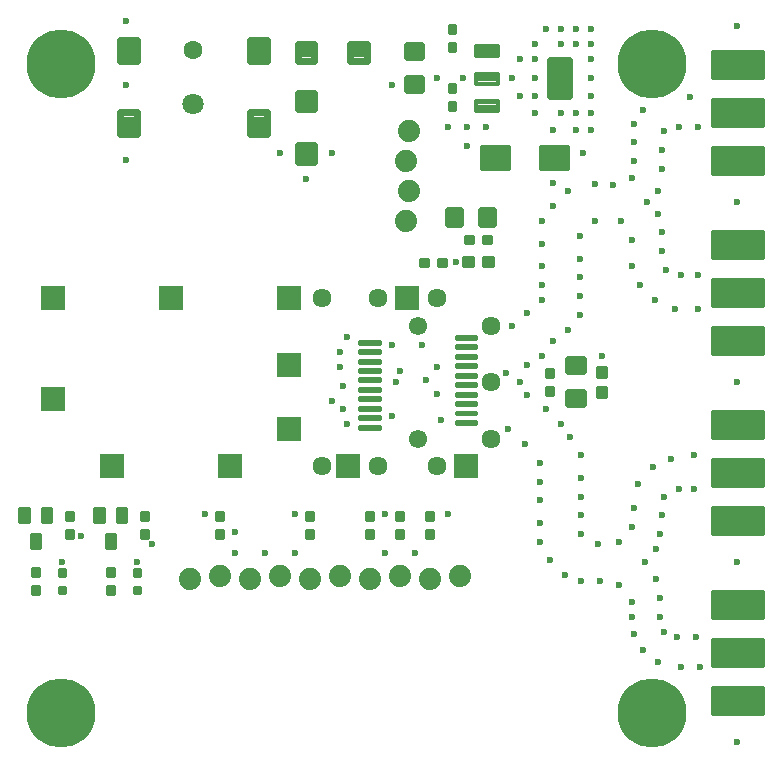
<source format=gbr>
G75*
%MOIN*%
%OFA0B0*%
%FSLAX25Y25*%
%IPPOS*%
%LPD*%
%AMOC8*
5,1,8,0,0,1.08239X$1,22.5*
%
%ADD10C,0.00984*%
%ADD11R,0.07874X0.07874*%
%ADD12C,0.06358*%
%ADD13C,0.06102*%
%ADD14C,0.23000*%
%ADD15C,0.01600*%
%ADD16C,0.01890*%
%ADD17C,0.00945*%
%ADD18C,0.01181*%
%ADD19C,0.01559*%
%ADD20C,0.02362*%
%ADD21C,0.06299*%
%ADD22C,0.07087*%
%ADD23C,0.01440*%
%ADD24C,0.02598*%
%ADD25C,0.07400*%
%ADD26C,0.02362*%
D10*
X0146624Y0116197D02*
X0153514Y0116197D01*
X0146624Y0116197D02*
X0146624Y0117181D01*
X0153514Y0117181D01*
X0153514Y0116197D01*
X0153514Y0117180D02*
X0146624Y0117180D01*
X0146624Y0119347D02*
X0153514Y0119347D01*
X0146624Y0119347D02*
X0146624Y0120331D01*
X0153514Y0120331D01*
X0153514Y0119347D01*
X0153514Y0120330D02*
X0146624Y0120330D01*
X0146624Y0122496D02*
X0153514Y0122496D01*
X0146624Y0122496D02*
X0146624Y0123480D01*
X0153514Y0123480D01*
X0153514Y0122496D01*
X0153514Y0123479D02*
X0146624Y0123479D01*
X0146624Y0125646D02*
X0153514Y0125646D01*
X0146624Y0125646D02*
X0146624Y0126630D01*
X0153514Y0126630D01*
X0153514Y0125646D01*
X0153514Y0126629D02*
X0146624Y0126629D01*
X0146624Y0128795D02*
X0153514Y0128795D01*
X0146624Y0128795D02*
X0146624Y0129779D01*
X0153514Y0129779D01*
X0153514Y0128795D01*
X0153514Y0129778D02*
X0146624Y0129778D01*
X0146624Y0131945D02*
X0153514Y0131945D01*
X0146624Y0131945D02*
X0146624Y0132929D01*
X0153514Y0132929D01*
X0153514Y0131945D01*
X0153514Y0132928D02*
X0146624Y0132928D01*
X0146624Y0135095D02*
X0153514Y0135095D01*
X0146624Y0135095D02*
X0146624Y0136079D01*
X0153514Y0136079D01*
X0153514Y0135095D01*
X0153514Y0136078D02*
X0146624Y0136078D01*
X0146624Y0138244D02*
X0153514Y0138244D01*
X0146624Y0138244D02*
X0146624Y0139228D01*
X0153514Y0139228D01*
X0153514Y0138244D01*
X0153514Y0139227D02*
X0146624Y0139227D01*
X0146624Y0141394D02*
X0153514Y0141394D01*
X0146624Y0141394D02*
X0146624Y0142378D01*
X0153514Y0142378D01*
X0153514Y0141394D01*
X0153514Y0142377D02*
X0146624Y0142377D01*
X0146624Y0144543D02*
X0153514Y0144543D01*
X0146624Y0144543D02*
X0146624Y0145527D01*
X0153514Y0145527D01*
X0153514Y0144543D01*
X0153514Y0145526D02*
X0146624Y0145526D01*
X0178907Y0146118D02*
X0185797Y0146118D01*
X0178907Y0146118D02*
X0178907Y0147102D01*
X0185797Y0147102D01*
X0185797Y0146118D01*
X0185797Y0147101D02*
X0178907Y0147101D01*
X0178907Y0142969D02*
X0185797Y0142969D01*
X0178907Y0142969D02*
X0178907Y0143953D01*
X0185797Y0143953D01*
X0185797Y0142969D01*
X0185797Y0143952D02*
X0178907Y0143952D01*
X0178907Y0139819D02*
X0185797Y0139819D01*
X0178907Y0139819D02*
X0178907Y0140803D01*
X0185797Y0140803D01*
X0185797Y0139819D01*
X0185797Y0140802D02*
X0178907Y0140802D01*
X0178907Y0136669D02*
X0185797Y0136669D01*
X0178907Y0136669D02*
X0178907Y0137653D01*
X0185797Y0137653D01*
X0185797Y0136669D01*
X0185797Y0137652D02*
X0178907Y0137652D01*
X0178907Y0133520D02*
X0185797Y0133520D01*
X0178907Y0133520D02*
X0178907Y0134504D01*
X0185797Y0134504D01*
X0185797Y0133520D01*
X0185797Y0134503D02*
X0178907Y0134503D01*
X0178907Y0130370D02*
X0185797Y0130370D01*
X0178907Y0130370D02*
X0178907Y0131354D01*
X0185797Y0131354D01*
X0185797Y0130370D01*
X0185797Y0131353D02*
X0178907Y0131353D01*
X0178907Y0127221D02*
X0185797Y0127221D01*
X0178907Y0127221D02*
X0178907Y0128205D01*
X0185797Y0128205D01*
X0185797Y0127221D01*
X0185797Y0128204D02*
X0178907Y0128204D01*
X0178907Y0124071D02*
X0185797Y0124071D01*
X0178907Y0124071D02*
X0178907Y0125055D01*
X0185797Y0125055D01*
X0185797Y0124071D01*
X0185797Y0125054D02*
X0178907Y0125054D01*
X0178907Y0120921D02*
X0185797Y0120921D01*
X0178907Y0120921D02*
X0178907Y0121905D01*
X0185797Y0121905D01*
X0185797Y0120921D01*
X0185797Y0121904D02*
X0178907Y0121904D01*
X0178907Y0117772D02*
X0185797Y0117772D01*
X0178907Y0117772D02*
X0178907Y0118756D01*
X0185797Y0118756D01*
X0185797Y0117772D01*
X0185797Y0118755D02*
X0178907Y0118755D01*
D11*
X0182352Y0103598D03*
X0142982Y0103598D03*
X0123297Y0116098D03*
X0103612Y0103598D03*
X0123297Y0137358D03*
X0123297Y0159701D03*
X0083927Y0159701D03*
X0044557Y0159701D03*
X0044557Y0125941D03*
X0064242Y0103598D03*
X0162667Y0159701D03*
D12*
X0152825Y0159701D03*
X0134321Y0159701D03*
X0172510Y0159701D03*
X0190620Y0150547D03*
X0190620Y0131650D03*
X0190620Y0112752D03*
X0172510Y0103598D03*
X0152825Y0103598D03*
X0134321Y0103598D03*
D13*
X0166211Y0112752D03*
X0166211Y0150547D03*
D14*
X0047352Y0021335D03*
X0244203Y0021335D03*
X0244203Y0237870D03*
X0047352Y0237870D03*
D15*
X0264717Y0241850D02*
X0281117Y0241850D01*
X0281117Y0233450D01*
X0264717Y0233450D01*
X0264717Y0241850D01*
X0264717Y0235049D02*
X0281117Y0235049D01*
X0281117Y0236648D02*
X0264717Y0236648D01*
X0264717Y0238247D02*
X0281117Y0238247D01*
X0281117Y0239846D02*
X0264717Y0239846D01*
X0264717Y0241445D02*
X0281117Y0241445D01*
X0281117Y0225850D02*
X0264717Y0225850D01*
X0281117Y0225850D02*
X0281117Y0217450D01*
X0264717Y0217450D01*
X0264717Y0225850D01*
X0264717Y0219049D02*
X0281117Y0219049D01*
X0281117Y0220648D02*
X0264717Y0220648D01*
X0264717Y0222247D02*
X0281117Y0222247D01*
X0281117Y0223846D02*
X0264717Y0223846D01*
X0264717Y0225445D02*
X0281117Y0225445D01*
X0281117Y0209850D02*
X0264717Y0209850D01*
X0281117Y0209850D02*
X0281117Y0201450D01*
X0264717Y0201450D01*
X0264717Y0209850D01*
X0264717Y0203049D02*
X0281117Y0203049D01*
X0281117Y0204648D02*
X0264717Y0204648D01*
X0264717Y0206247D02*
X0281117Y0206247D01*
X0281117Y0207846D02*
X0264717Y0207846D01*
X0264717Y0209445D02*
X0281117Y0209445D01*
X0281117Y0181850D02*
X0264717Y0181850D01*
X0281117Y0181850D02*
X0281117Y0173450D01*
X0264717Y0173450D01*
X0264717Y0181850D01*
X0264717Y0175049D02*
X0281117Y0175049D01*
X0281117Y0176648D02*
X0264717Y0176648D01*
X0264717Y0178247D02*
X0281117Y0178247D01*
X0281117Y0179846D02*
X0264717Y0179846D01*
X0264717Y0181445D02*
X0281117Y0181445D01*
X0281117Y0165850D02*
X0264717Y0165850D01*
X0281117Y0165850D02*
X0281117Y0157450D01*
X0264717Y0157450D01*
X0264717Y0165850D01*
X0264717Y0159049D02*
X0281117Y0159049D01*
X0281117Y0160648D02*
X0264717Y0160648D01*
X0264717Y0162247D02*
X0281117Y0162247D01*
X0281117Y0163846D02*
X0264717Y0163846D01*
X0264717Y0165445D02*
X0281117Y0165445D01*
X0281117Y0149850D02*
X0264717Y0149850D01*
X0281117Y0149850D02*
X0281117Y0141450D01*
X0264717Y0141450D01*
X0264717Y0149850D01*
X0264717Y0143049D02*
X0281117Y0143049D01*
X0281117Y0144648D02*
X0264717Y0144648D01*
X0264717Y0146247D02*
X0281117Y0146247D01*
X0281117Y0147846D02*
X0264717Y0147846D01*
X0264717Y0149445D02*
X0281117Y0149445D01*
X0281117Y0121850D02*
X0264717Y0121850D01*
X0281117Y0121850D02*
X0281117Y0113450D01*
X0264717Y0113450D01*
X0264717Y0121850D01*
X0264717Y0115049D02*
X0281117Y0115049D01*
X0281117Y0116648D02*
X0264717Y0116648D01*
X0264717Y0118247D02*
X0281117Y0118247D01*
X0281117Y0119846D02*
X0264717Y0119846D01*
X0264717Y0121445D02*
X0281117Y0121445D01*
X0281117Y0105850D02*
X0264717Y0105850D01*
X0281117Y0105850D02*
X0281117Y0097450D01*
X0264717Y0097450D01*
X0264717Y0105850D01*
X0264717Y0099049D02*
X0281117Y0099049D01*
X0281117Y0100648D02*
X0264717Y0100648D01*
X0264717Y0102247D02*
X0281117Y0102247D01*
X0281117Y0103846D02*
X0264717Y0103846D01*
X0264717Y0105445D02*
X0281117Y0105445D01*
X0281117Y0089850D02*
X0264717Y0089850D01*
X0281117Y0089850D02*
X0281117Y0081450D01*
X0264717Y0081450D01*
X0264717Y0089850D01*
X0264717Y0083049D02*
X0281117Y0083049D01*
X0281117Y0084648D02*
X0264717Y0084648D01*
X0264717Y0086247D02*
X0281117Y0086247D01*
X0281117Y0087846D02*
X0264717Y0087846D01*
X0264717Y0089445D02*
X0281117Y0089445D01*
X0281117Y0061850D02*
X0264717Y0061850D01*
X0281117Y0061850D02*
X0281117Y0053450D01*
X0264717Y0053450D01*
X0264717Y0061850D01*
X0264717Y0055049D02*
X0281117Y0055049D01*
X0281117Y0056648D02*
X0264717Y0056648D01*
X0264717Y0058247D02*
X0281117Y0058247D01*
X0281117Y0059846D02*
X0264717Y0059846D01*
X0264717Y0061445D02*
X0281117Y0061445D01*
X0281117Y0045850D02*
X0264717Y0045850D01*
X0281117Y0045850D02*
X0281117Y0037450D01*
X0264717Y0037450D01*
X0264717Y0045850D01*
X0264717Y0039049D02*
X0281117Y0039049D01*
X0281117Y0040648D02*
X0264717Y0040648D01*
X0264717Y0042247D02*
X0281117Y0042247D01*
X0281117Y0043846D02*
X0264717Y0043846D01*
X0264717Y0045445D02*
X0281117Y0045445D01*
X0281117Y0029850D02*
X0264717Y0029850D01*
X0281117Y0029850D02*
X0281117Y0021450D01*
X0264717Y0021450D01*
X0264717Y0029850D01*
X0264717Y0023049D02*
X0281117Y0023049D01*
X0281117Y0024648D02*
X0264717Y0024648D01*
X0264717Y0026247D02*
X0281117Y0026247D01*
X0281117Y0027846D02*
X0264717Y0027846D01*
X0264717Y0029445D02*
X0281117Y0029445D01*
D16*
X0216319Y0123934D02*
X0216319Y0128342D01*
X0221515Y0128342D01*
X0221515Y0123934D01*
X0216319Y0123934D01*
X0216319Y0125823D02*
X0221515Y0125823D01*
X0221515Y0127712D02*
X0216319Y0127712D01*
X0216319Y0134957D02*
X0216319Y0139365D01*
X0221515Y0139365D01*
X0221515Y0134957D01*
X0216319Y0134957D01*
X0216319Y0136846D02*
X0221515Y0136846D01*
X0221515Y0138735D02*
X0216319Y0138735D01*
X0191633Y0184052D02*
X0187225Y0184052D01*
X0187225Y0189248D01*
X0191633Y0189248D01*
X0191633Y0184052D01*
X0191633Y0185941D02*
X0187225Y0185941D01*
X0187225Y0187830D02*
X0191633Y0187830D01*
X0180610Y0184052D02*
X0176202Y0184052D01*
X0176202Y0189248D01*
X0180610Y0189248D01*
X0180610Y0184052D01*
X0180610Y0185941D02*
X0176202Y0185941D01*
X0176202Y0187830D02*
X0180610Y0187830D01*
X0167765Y0228619D02*
X0167765Y0233027D01*
X0167765Y0228619D02*
X0162569Y0228619D01*
X0162569Y0233027D01*
X0167765Y0233027D01*
X0167765Y0230508D02*
X0162569Y0230508D01*
X0162569Y0232397D02*
X0167765Y0232397D01*
X0167765Y0239642D02*
X0167765Y0244050D01*
X0167765Y0239642D02*
X0162569Y0239642D01*
X0162569Y0244050D01*
X0167765Y0244050D01*
X0167765Y0241531D02*
X0162569Y0241531D01*
X0162569Y0243420D02*
X0167765Y0243420D01*
D17*
X0178770Y0244639D02*
X0178770Y0242041D01*
X0176564Y0242041D01*
X0176564Y0244639D01*
X0178770Y0244639D01*
X0178770Y0242985D02*
X0176564Y0242985D01*
X0176564Y0243929D02*
X0178770Y0243929D01*
X0178770Y0248041D02*
X0178770Y0250639D01*
X0178770Y0248041D02*
X0176564Y0248041D01*
X0176564Y0250639D01*
X0178770Y0250639D01*
X0178770Y0248985D02*
X0176564Y0248985D01*
X0176564Y0249929D02*
X0178770Y0249929D01*
X0178770Y0230949D02*
X0178770Y0228351D01*
X0176564Y0228351D01*
X0176564Y0230949D01*
X0178770Y0230949D01*
X0178770Y0229295D02*
X0176564Y0229295D01*
X0176564Y0230239D02*
X0178770Y0230239D01*
X0178770Y0224949D02*
X0178770Y0222351D01*
X0176564Y0222351D01*
X0176564Y0224949D01*
X0178770Y0224949D01*
X0178770Y0223295D02*
X0176564Y0223295D01*
X0176564Y0224239D02*
X0178770Y0224239D01*
X0182118Y0180253D02*
X0184716Y0180253D01*
X0184716Y0178047D01*
X0182118Y0178047D01*
X0182118Y0180253D01*
X0182118Y0178991D02*
X0184716Y0178991D01*
X0184716Y0179935D02*
X0182118Y0179935D01*
X0188118Y0180253D02*
X0190716Y0180253D01*
X0190716Y0178047D01*
X0188118Y0178047D01*
X0188118Y0180253D01*
X0188118Y0178991D02*
X0190716Y0178991D01*
X0190716Y0179935D02*
X0188118Y0179935D01*
X0175716Y0172753D02*
X0173118Y0172753D01*
X0175716Y0172753D02*
X0175716Y0170547D01*
X0173118Y0170547D01*
X0173118Y0172753D01*
X0173118Y0171491D02*
X0175716Y0171491D01*
X0175716Y0172435D02*
X0173118Y0172435D01*
X0169716Y0172753D02*
X0167118Y0172753D01*
X0169716Y0172753D02*
X0169716Y0170547D01*
X0167118Y0170547D01*
X0167118Y0172753D01*
X0167118Y0171491D02*
X0169716Y0171491D01*
X0169716Y0172435D02*
X0167118Y0172435D01*
X0211270Y0135949D02*
X0211270Y0133351D01*
X0209064Y0133351D01*
X0209064Y0135949D01*
X0211270Y0135949D01*
X0211270Y0134295D02*
X0209064Y0134295D01*
X0209064Y0135239D02*
X0211270Y0135239D01*
X0211270Y0129949D02*
X0211270Y0127351D01*
X0209064Y0127351D01*
X0209064Y0129949D01*
X0211270Y0129949D01*
X0211270Y0128295D02*
X0209064Y0128295D01*
X0209064Y0129239D02*
X0211270Y0129239D01*
X0171270Y0088449D02*
X0171270Y0085851D01*
X0169064Y0085851D01*
X0169064Y0088449D01*
X0171270Y0088449D01*
X0171270Y0086795D02*
X0169064Y0086795D01*
X0169064Y0087739D02*
X0171270Y0087739D01*
X0171270Y0082449D02*
X0171270Y0079851D01*
X0169064Y0079851D01*
X0169064Y0082449D01*
X0171270Y0082449D01*
X0171270Y0080795D02*
X0169064Y0080795D01*
X0169064Y0081739D02*
X0171270Y0081739D01*
X0161270Y0082449D02*
X0161270Y0079851D01*
X0159064Y0079851D01*
X0159064Y0082449D01*
X0161270Y0082449D01*
X0161270Y0080795D02*
X0159064Y0080795D01*
X0159064Y0081739D02*
X0161270Y0081739D01*
X0161270Y0085851D02*
X0161270Y0088449D01*
X0161270Y0085851D02*
X0159064Y0085851D01*
X0159064Y0088449D01*
X0161270Y0088449D01*
X0161270Y0086795D02*
X0159064Y0086795D01*
X0159064Y0087739D02*
X0161270Y0087739D01*
X0151270Y0088449D02*
X0151270Y0085851D01*
X0149064Y0085851D01*
X0149064Y0088449D01*
X0151270Y0088449D01*
X0151270Y0086795D02*
X0149064Y0086795D01*
X0149064Y0087739D02*
X0151270Y0087739D01*
X0151270Y0082449D02*
X0151270Y0079851D01*
X0149064Y0079851D01*
X0149064Y0082449D01*
X0151270Y0082449D01*
X0151270Y0080795D02*
X0149064Y0080795D01*
X0149064Y0081739D02*
X0151270Y0081739D01*
X0131270Y0082449D02*
X0131270Y0079851D01*
X0129064Y0079851D01*
X0129064Y0082449D01*
X0131270Y0082449D01*
X0131270Y0080795D02*
X0129064Y0080795D01*
X0129064Y0081739D02*
X0131270Y0081739D01*
X0131270Y0085851D02*
X0131270Y0088449D01*
X0131270Y0085851D02*
X0129064Y0085851D01*
X0129064Y0088449D01*
X0131270Y0088449D01*
X0131270Y0086795D02*
X0129064Y0086795D01*
X0129064Y0087739D02*
X0131270Y0087739D01*
X0101270Y0088449D02*
X0101270Y0085851D01*
X0099064Y0085851D01*
X0099064Y0088449D01*
X0101270Y0088449D01*
X0101270Y0086795D02*
X0099064Y0086795D01*
X0099064Y0087739D02*
X0101270Y0087739D01*
X0101270Y0082449D02*
X0101270Y0079851D01*
X0099064Y0079851D01*
X0099064Y0082449D01*
X0101270Y0082449D01*
X0101270Y0080795D02*
X0099064Y0080795D01*
X0099064Y0081739D02*
X0101270Y0081739D01*
X0074064Y0082449D02*
X0074064Y0079851D01*
X0074064Y0082449D02*
X0076270Y0082449D01*
X0076270Y0079851D01*
X0074064Y0079851D01*
X0074064Y0080795D02*
X0076270Y0080795D01*
X0076270Y0081739D02*
X0074064Y0081739D01*
X0074064Y0085851D02*
X0074064Y0088449D01*
X0076270Y0088449D01*
X0076270Y0085851D01*
X0074064Y0085851D01*
X0074064Y0086795D02*
X0076270Y0086795D01*
X0076270Y0087739D02*
X0074064Y0087739D01*
X0073770Y0069455D02*
X0071564Y0069455D01*
X0073770Y0069455D02*
X0073770Y0067249D01*
X0071564Y0067249D01*
X0071564Y0069455D01*
X0071564Y0068193D02*
X0073770Y0068193D01*
X0073770Y0069137D02*
X0071564Y0069137D01*
X0071564Y0063550D02*
X0073770Y0063550D01*
X0073770Y0061344D01*
X0071564Y0061344D01*
X0071564Y0063550D01*
X0071564Y0062288D02*
X0073770Y0062288D01*
X0073770Y0063232D02*
X0071564Y0063232D01*
X0062814Y0063699D02*
X0062814Y0061101D01*
X0062814Y0063699D02*
X0065020Y0063699D01*
X0065020Y0061101D01*
X0062814Y0061101D01*
X0062814Y0062045D02*
X0065020Y0062045D01*
X0065020Y0062989D02*
X0062814Y0062989D01*
X0062814Y0067101D02*
X0062814Y0069699D01*
X0065020Y0069699D01*
X0065020Y0067101D01*
X0062814Y0067101D01*
X0062814Y0068045D02*
X0065020Y0068045D01*
X0065020Y0068989D02*
X0062814Y0068989D01*
X0049064Y0079851D02*
X0049064Y0082449D01*
X0051270Y0082449D01*
X0051270Y0079851D01*
X0049064Y0079851D01*
X0049064Y0080795D02*
X0051270Y0080795D01*
X0051270Y0081739D02*
X0049064Y0081739D01*
X0049064Y0085851D02*
X0049064Y0088449D01*
X0051270Y0088449D01*
X0051270Y0085851D01*
X0049064Y0085851D01*
X0049064Y0086795D02*
X0051270Y0086795D01*
X0051270Y0087739D02*
X0049064Y0087739D01*
X0048770Y0069455D02*
X0046564Y0069455D01*
X0048770Y0069455D02*
X0048770Y0067249D01*
X0046564Y0067249D01*
X0046564Y0069455D01*
X0046564Y0068193D02*
X0048770Y0068193D01*
X0048770Y0069137D02*
X0046564Y0069137D01*
X0046564Y0063550D02*
X0048770Y0063550D01*
X0048770Y0061344D01*
X0046564Y0061344D01*
X0046564Y0063550D01*
X0046564Y0062288D02*
X0048770Y0062288D01*
X0048770Y0063232D02*
X0046564Y0063232D01*
X0037814Y0063699D02*
X0037814Y0061101D01*
X0037814Y0063699D02*
X0040020Y0063699D01*
X0040020Y0061101D01*
X0037814Y0061101D01*
X0037814Y0062045D02*
X0040020Y0062045D01*
X0040020Y0062989D02*
X0037814Y0062989D01*
X0037814Y0067101D02*
X0037814Y0069699D01*
X0040020Y0069699D01*
X0040020Y0067101D01*
X0037814Y0067101D01*
X0037814Y0068045D02*
X0040020Y0068045D01*
X0040020Y0068989D02*
X0037814Y0068989D01*
D18*
X0037539Y0080735D02*
X0040295Y0080735D01*
X0040295Y0076403D01*
X0037539Y0076403D01*
X0037539Y0080735D01*
X0037539Y0077583D02*
X0040295Y0077583D01*
X0040295Y0078763D02*
X0037539Y0078763D01*
X0037539Y0079943D02*
X0040295Y0079943D01*
X0041279Y0089396D02*
X0044035Y0089396D01*
X0044035Y0085064D01*
X0041279Y0085064D01*
X0041279Y0089396D01*
X0041279Y0086244D02*
X0044035Y0086244D01*
X0044035Y0087424D02*
X0041279Y0087424D01*
X0041279Y0088604D02*
X0044035Y0088604D01*
X0036555Y0089396D02*
X0033799Y0089396D01*
X0036555Y0089396D02*
X0036555Y0085064D01*
X0033799Y0085064D01*
X0033799Y0089396D01*
X0033799Y0086244D02*
X0036555Y0086244D01*
X0036555Y0087424D02*
X0033799Y0087424D01*
X0033799Y0088604D02*
X0036555Y0088604D01*
X0058799Y0089396D02*
X0061555Y0089396D01*
X0061555Y0085064D01*
X0058799Y0085064D01*
X0058799Y0089396D01*
X0058799Y0086244D02*
X0061555Y0086244D01*
X0061555Y0087424D02*
X0058799Y0087424D01*
X0058799Y0088604D02*
X0061555Y0088604D01*
X0066279Y0089396D02*
X0069035Y0089396D01*
X0069035Y0085064D01*
X0066279Y0085064D01*
X0066279Y0089396D01*
X0066279Y0086244D02*
X0069035Y0086244D01*
X0069035Y0087424D02*
X0066279Y0087424D01*
X0066279Y0088604D02*
X0069035Y0088604D01*
X0065295Y0080735D02*
X0062539Y0080735D01*
X0065295Y0080735D02*
X0065295Y0076403D01*
X0062539Y0076403D01*
X0062539Y0080735D01*
X0062539Y0077583D02*
X0065295Y0077583D01*
X0065295Y0078763D02*
X0062539Y0078763D01*
X0062539Y0079943D02*
X0065295Y0079943D01*
X0181496Y0173028D02*
X0184646Y0173028D01*
X0184646Y0170272D01*
X0181496Y0170272D01*
X0181496Y0173028D01*
X0181496Y0171452D02*
X0184646Y0171452D01*
X0184646Y0172632D02*
X0181496Y0172632D01*
X0188189Y0173028D02*
X0191339Y0173028D01*
X0191339Y0170272D01*
X0188189Y0170272D01*
X0188189Y0173028D01*
X0188189Y0171452D02*
X0191339Y0171452D01*
X0191339Y0172632D02*
X0188189Y0172632D01*
X0229045Y0136571D02*
X0229045Y0133421D01*
X0226289Y0133421D01*
X0226289Y0136571D01*
X0229045Y0136571D01*
X0229045Y0134601D02*
X0226289Y0134601D01*
X0226289Y0135781D02*
X0229045Y0135781D01*
X0229045Y0129878D02*
X0229045Y0126728D01*
X0226289Y0126728D01*
X0226289Y0129878D01*
X0229045Y0129878D01*
X0229045Y0127908D02*
X0226289Y0127908D01*
X0226289Y0129088D02*
X0229045Y0129088D01*
D19*
X0215914Y0203099D02*
X0207236Y0203099D01*
X0207236Y0210201D01*
X0215914Y0210201D01*
X0215914Y0203099D01*
X0215914Y0204657D02*
X0207236Y0204657D01*
X0207236Y0206215D02*
X0215914Y0206215D01*
X0215914Y0207773D02*
X0207236Y0207773D01*
X0207236Y0209331D02*
X0215914Y0209331D01*
X0196229Y0203099D02*
X0187551Y0203099D01*
X0187551Y0210201D01*
X0196229Y0210201D01*
X0196229Y0203099D01*
X0196229Y0204657D02*
X0187551Y0204657D01*
X0187551Y0206215D02*
X0196229Y0206215D01*
X0196229Y0207773D02*
X0187551Y0207773D01*
X0187551Y0209331D02*
X0196229Y0209331D01*
D20*
X0149173Y0244406D02*
X0143661Y0244406D01*
X0149173Y0244406D02*
X0149173Y0238894D01*
X0143661Y0238894D01*
X0143661Y0244406D01*
X0143661Y0241255D02*
X0149173Y0241255D01*
X0149173Y0243616D02*
X0143661Y0243616D01*
X0131673Y0244406D02*
X0126161Y0244406D01*
X0131673Y0244406D02*
X0131673Y0238894D01*
X0126161Y0238894D01*
X0126161Y0244406D01*
X0126161Y0241255D02*
X0131673Y0241255D01*
X0131673Y0243616D02*
X0126161Y0243616D01*
X0110315Y0245823D02*
X0110315Y0238737D01*
X0110315Y0245823D02*
X0115827Y0245823D01*
X0115827Y0238737D01*
X0110315Y0238737D01*
X0110315Y0241098D02*
X0115827Y0241098D01*
X0115827Y0243459D02*
X0110315Y0243459D01*
X0110315Y0245820D02*
X0115827Y0245820D01*
X0126161Y0228156D02*
X0126161Y0222644D01*
X0126161Y0228156D02*
X0131673Y0228156D01*
X0131673Y0222644D01*
X0126161Y0222644D01*
X0126161Y0225005D02*
X0131673Y0225005D01*
X0131673Y0227366D02*
X0126161Y0227366D01*
X0110315Y0221610D02*
X0110315Y0214524D01*
X0110315Y0221610D02*
X0115827Y0221610D01*
X0115827Y0214524D01*
X0110315Y0214524D01*
X0110315Y0216885D02*
X0115827Y0216885D01*
X0115827Y0219246D02*
X0110315Y0219246D01*
X0110315Y0221607D02*
X0115827Y0221607D01*
X0126161Y0210656D02*
X0126161Y0205144D01*
X0126161Y0210656D02*
X0131673Y0210656D01*
X0131673Y0205144D01*
X0126161Y0205144D01*
X0126161Y0207505D02*
X0131673Y0207505D01*
X0131673Y0209866D02*
X0126161Y0209866D01*
X0067008Y0214524D02*
X0067008Y0221610D01*
X0072520Y0221610D01*
X0072520Y0214524D01*
X0067008Y0214524D01*
X0067008Y0216885D02*
X0072520Y0216885D01*
X0072520Y0219246D02*
X0067008Y0219246D01*
X0067008Y0221607D02*
X0072520Y0221607D01*
X0067008Y0238737D02*
X0067008Y0245823D01*
X0072520Y0245823D01*
X0072520Y0238737D01*
X0067008Y0238737D01*
X0067008Y0241098D02*
X0072520Y0241098D01*
X0072520Y0243459D02*
X0067008Y0243459D01*
X0067008Y0245820D02*
X0072520Y0245820D01*
D21*
X0091417Y0242280D03*
D22*
X0091417Y0224563D03*
D23*
X0185537Y0225480D02*
X0185537Y0222120D01*
X0185537Y0225480D02*
X0192897Y0225480D01*
X0192897Y0222120D01*
X0185537Y0222120D01*
X0185537Y0223559D02*
X0192897Y0223559D01*
X0192897Y0224998D02*
X0185537Y0224998D01*
X0185537Y0231220D02*
X0185537Y0234580D01*
X0192897Y0234580D01*
X0192897Y0231220D01*
X0185537Y0231220D01*
X0185537Y0232659D02*
X0192897Y0232659D01*
X0192897Y0234098D02*
X0185537Y0234098D01*
X0185537Y0240320D02*
X0185537Y0243680D01*
X0192897Y0243680D01*
X0192897Y0240320D01*
X0185537Y0240320D01*
X0185537Y0241759D02*
X0192897Y0241759D01*
X0192897Y0243198D02*
X0185537Y0243198D01*
D24*
X0210587Y0238687D02*
X0210587Y0227113D01*
X0210587Y0238687D02*
X0216649Y0238687D01*
X0216649Y0227113D01*
X0210587Y0227113D01*
X0210587Y0229710D02*
X0216649Y0229710D01*
X0216649Y0232307D02*
X0210587Y0232307D01*
X0210587Y0234904D02*
X0216649Y0234904D01*
X0216649Y0237501D02*
X0210587Y0237501D01*
D25*
X0163167Y0215400D03*
X0162167Y0205400D03*
X0163167Y0195400D03*
X0162167Y0185400D03*
X0160167Y0067150D03*
X0150167Y0066150D03*
X0140167Y0067150D03*
X0130167Y0066150D03*
X0120167Y0067150D03*
X0110167Y0066150D03*
X0100167Y0067150D03*
X0090167Y0066150D03*
X0170167Y0066150D03*
X0180167Y0067150D03*
D26*
X0165167Y0074775D03*
X0155167Y0074775D03*
X0155167Y0087900D03*
X0176417Y0087900D03*
X0202042Y0111025D03*
X0196417Y0116025D03*
X0202667Y0127275D03*
X0200167Y0131650D03*
X0195792Y0134775D03*
X0202667Y0137275D03*
X0207667Y0140400D03*
X0211417Y0145400D03*
X0216417Y0149150D03*
X0220167Y0154150D03*
X0220167Y0160400D03*
X0220167Y0166650D03*
X0220167Y0172900D03*
X0220167Y0180400D03*
X0225167Y0185400D03*
X0233917Y0185400D03*
X0237667Y0179150D03*
X0247667Y0181650D03*
X0247667Y0175400D03*
X0248917Y0169150D03*
X0253917Y0167275D03*
X0259542Y0167275D03*
X0259542Y0156025D03*
X0252042Y0156025D03*
X0245167Y0159150D03*
X0240167Y0164150D03*
X0237667Y0170400D03*
X0246417Y0187900D03*
X0242667Y0191650D03*
X0246417Y0195400D03*
X0247667Y0202900D03*
X0247667Y0209150D03*
X0248292Y0215400D03*
X0253292Y0216650D03*
X0259542Y0216650D03*
X0257042Y0226650D03*
X0241417Y0222275D03*
X0238292Y0217900D03*
X0238292Y0211650D03*
X0238292Y0205400D03*
X0237667Y0199775D03*
X0231417Y0197275D03*
X0225167Y0197900D03*
X0216417Y0195400D03*
X0211417Y0198215D03*
X0211417Y0190400D03*
X0207667Y0185400D03*
X0207667Y0177900D03*
X0207667Y0170400D03*
X0207667Y0164150D03*
X0207667Y0159150D03*
X0202667Y0154775D03*
X0197667Y0150400D03*
X0178917Y0171650D03*
X0167667Y0144150D03*
X0172667Y0136650D03*
X0168917Y0132275D03*
X0172667Y0127900D03*
X0173917Y0119150D03*
X0157667Y0120400D03*
X0158917Y0131650D03*
X0160167Y0135400D03*
X0157667Y0144150D03*
X0142667Y0146650D03*
X0140167Y0141650D03*
X0140167Y0136650D03*
X0141417Y0130400D03*
X0137667Y0125400D03*
X0141417Y0122900D03*
X0142667Y0117900D03*
X0125167Y0087900D03*
X0125167Y0074775D03*
X0115167Y0074775D03*
X0105167Y0074775D03*
X0105167Y0081650D03*
X0095167Y0087900D03*
X0077667Y0077900D03*
X0072667Y0071650D03*
X0053917Y0080400D03*
X0047667Y0071650D03*
X0128917Y0199465D03*
X0120167Y0208215D03*
X0137667Y0208215D03*
X0157667Y0230715D03*
X0172667Y0233215D03*
X0181417Y0233215D03*
X0197667Y0233215D03*
X0200167Y0226965D03*
X0205167Y0226965D03*
X0205167Y0221340D03*
X0211417Y0215715D03*
X0213917Y0221340D03*
X0218917Y0221340D03*
X0223917Y0221340D03*
X0223917Y0226965D03*
X0223917Y0233215D03*
X0223917Y0239465D03*
X0223917Y0244465D03*
X0223917Y0249465D03*
X0218917Y0249465D03*
X0213917Y0249465D03*
X0213917Y0244465D03*
X0218917Y0244465D03*
X0208917Y0249465D03*
X0205167Y0244465D03*
X0205167Y0239465D03*
X0200167Y0239465D03*
X0205167Y0233215D03*
X0218917Y0215715D03*
X0223917Y0215715D03*
X0221417Y0208215D03*
X0188917Y0216650D03*
X0182667Y0216650D03*
X0176417Y0216650D03*
X0182667Y0210400D03*
X0227667Y0140400D03*
X0208917Y0122900D03*
X0213917Y0117900D03*
X0217042Y0113525D03*
X0220792Y0107275D03*
X0220792Y0099775D03*
X0220792Y0093525D03*
X0220792Y0087275D03*
X0220792Y0081025D03*
X0226417Y0077900D03*
X0233292Y0078525D03*
X0237667Y0083525D03*
X0238292Y0089775D03*
X0239542Y0097900D03*
X0244542Y0103525D03*
X0250792Y0106025D03*
X0258292Y0107275D03*
X0258292Y0096025D03*
X0253292Y0096025D03*
X0248292Y0093525D03*
X0247667Y0087275D03*
X0247042Y0081025D03*
X0245792Y0076025D03*
X0242042Y0071650D03*
X0245792Y0066025D03*
X0247042Y0059775D03*
X0247042Y0053525D03*
X0248292Y0048525D03*
X0252667Y0046650D03*
X0258917Y0046650D03*
X0260167Y0036650D03*
X0253917Y0036650D03*
X0246417Y0038525D03*
X0241417Y0042275D03*
X0238292Y0047900D03*
X0237667Y0053525D03*
X0237667Y0058525D03*
X0233292Y0064150D03*
X0227042Y0065400D03*
X0220792Y0065400D03*
X0215167Y0067275D03*
X0210167Y0072275D03*
X0207042Y0078525D03*
X0207042Y0084775D03*
X0207042Y0092275D03*
X0207042Y0098525D03*
X0207042Y0104775D03*
X0272667Y0131650D03*
X0272667Y0191650D03*
X0272667Y0250400D03*
X0068917Y0251965D03*
X0068917Y0230715D03*
X0068917Y0205715D03*
X0272667Y0071650D03*
X0272667Y0011650D03*
M02*

</source>
